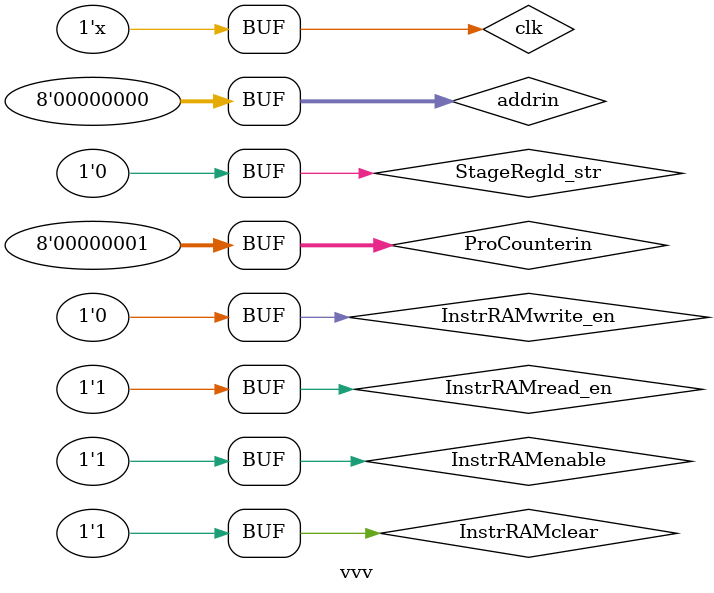
<source format=v>
`timescale 1ns / 1ps


module vvv;

	// Inputs
	reg clk;
	reg [7:0] addrin;
	reg InstrRAMenable;
	reg InstrRAMclear;
	reg InstrRAMread_en;
	reg InstrRAMwrite_en;
	reg [7:0] ProCounterin;
	reg StageRegld_str;

	// Outputs
	wire [4:0] StageRegInstr_out;
	wire [2:0] StageRegAddrMode_out;
	wire [7:0] StageRegData_out;

	// Instantiate the Unit Under Test (UUT)
	CPU1 uut (
		.clk(clk), 
		.addrin(addrin), 
		.InstrRAMenable(InstrRAMenable), 
		.InstrRAMclear(InstrRAMclear), 
		.InstrRAMread_en(InstrRAMread_en), 
		.InstrRAMwrite_en(InstrRAMwrite_en), 
		.ProCounterin(ProCounterin), 
		.StageRegld_str(StageRegld_str), 
		.StageRegInstr_out(StageRegInstr_out), 
		.StageRegAddrMode_out(StageRegAddrMode_out), 
		.StageRegData_out(StageRegData_out)
	);

	initial begin
		// Initialize Inputs
		clk = 0;
		addrin = 0;
		InstrRAMenable = 1;
		InstrRAMclear = 1;
		InstrRAMread_en = 1;
		InstrRAMwrite_en = 0;
		ProCounterin =0;
		StageRegld_str = 0;

		// Wait 100 ns for global reset to finish
		#120;
		ProCounterin =1;
	end
      
		always begin
		#20 clk =~clk;
		end
		
		
endmodule


</source>
